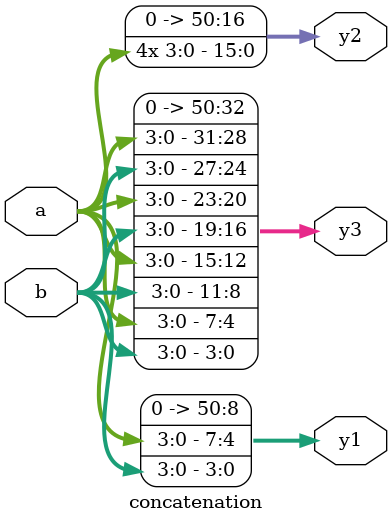
<source format=v>
module concatenation(input [3:0]a,
                     input [3:0]b,
                     output reg[50:0]y1,
                     output reg[50:0]y2,
                     output reg[50:0]y3
                    );
  always @(*)begin
    y1={a,b};
    y2={4{a}};
    y3={4{a,b}};
  end
endmodule


</source>
